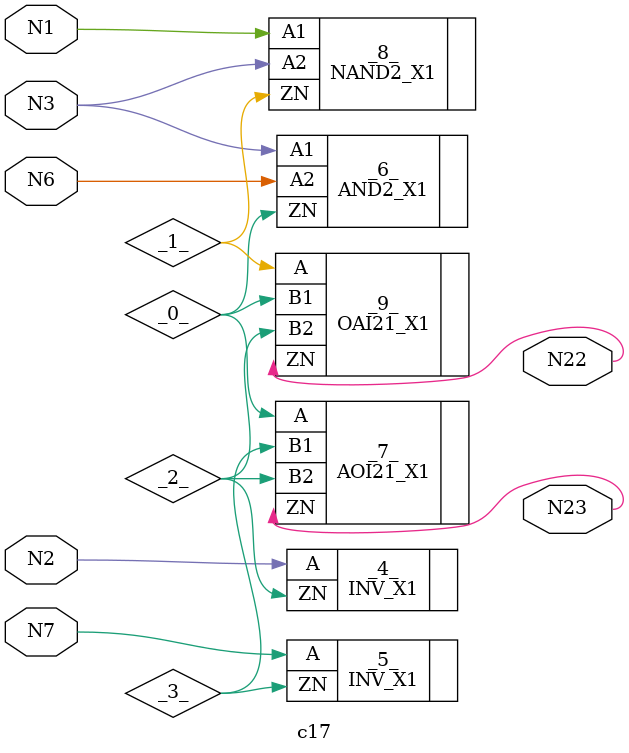
<source format=v>
/* Generated by Yosys 0.55+144 (git sha1 6440499e5, clang++ 18.1.3 -fPIC -O3) */

module c17(N1, N2, N3, N6, N7, N22, N23);
  input N1;
  wire N1;
  input N2;
  wire N2;
  output N22;
  wire N22;
  output N23;
  wire N23;
  input N3;
  wire N3;
  input N6;
  wire N6;
  input N7;
  wire N7;
  wire _0_;
  wire _1_;
  wire _2_;
  wire _3_;
  INV_X1 _4_ (
    .A(N2),
    .ZN(_2_)
  );
  INV_X1 _5_ (
    .A(N7),
    .ZN(_3_)
  );
  AND2_X1 _6_ (
    .A1(N3),
    .A2(N6),
    .ZN(_0_)
  );
  AOI21_X1 _7_ (
    .A(_0_),
    .B1(_3_),
    .B2(_2_),
    .ZN(N23)
  );
  NAND2_X1 _8_ (
    .A1(N1),
    .A2(N3),
    .ZN(_1_)
  );
  OAI21_X1 _9_ (
    .A(_1_),
    .B1(_0_),
    .B2(_2_),
    .ZN(N22)
  );
endmodule

</source>
